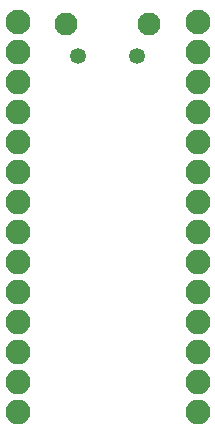
<source format=gbr>
G04 #@! TF.GenerationSoftware,KiCad,Pcbnew,(5.0.0-rc2-dev-252-gb5f1fdd98)*
G04 #@! TF.CreationDate,2018-04-01T12:07:08-07:00*
G04 #@! TF.ProjectId,smolfpga,736D6F6C667067612E6B696361645F70,rev?*
G04 #@! TF.SameCoordinates,Original*
G04 #@! TF.FileFunction,Soldermask,Bot*
G04 #@! TF.FilePolarity,Negative*
%FSLAX46Y46*%
G04 Gerber Fmt 4.6, Leading zero omitted, Abs format (unit mm)*
G04 Created by KiCad (PCBNEW (5.0.0-rc2-dev-252-gb5f1fdd98)) date 04/01/18 12:07:08*
%MOMM*%
%LPD*%
G01*
G04 APERTURE LIST*
%ADD10O,2.100000X2.100000*%
%ADD11C,2.100000*%
%ADD12C,1.350000*%
%ADD13C,1.950000*%
G04 APERTURE END LIST*
D10*
X140970000Y-116840000D03*
X140970000Y-114300000D03*
X140970000Y-111760000D03*
X140970000Y-109220000D03*
X140970000Y-106680000D03*
X140970000Y-104140000D03*
X140970000Y-101600000D03*
X140970000Y-99060000D03*
X140970000Y-96520000D03*
X140970000Y-93980000D03*
X140970000Y-91440000D03*
X140970000Y-88900000D03*
X140970000Y-86360000D03*
D11*
X140970000Y-83820000D03*
X125730000Y-83820000D03*
D10*
X125730000Y-86360000D03*
X125730000Y-88900000D03*
X125730000Y-91440000D03*
X125730000Y-93980000D03*
X125730000Y-96520000D03*
X125730000Y-99060000D03*
X125730000Y-101600000D03*
X125730000Y-104140000D03*
X125730000Y-106680000D03*
X125730000Y-109220000D03*
X125730000Y-111760000D03*
X125730000Y-114300000D03*
X125730000Y-116840000D03*
D12*
X135850000Y-86694000D03*
X130850000Y-86694000D03*
D13*
X136850000Y-83994000D03*
X129850000Y-83994000D03*
M02*

</source>
